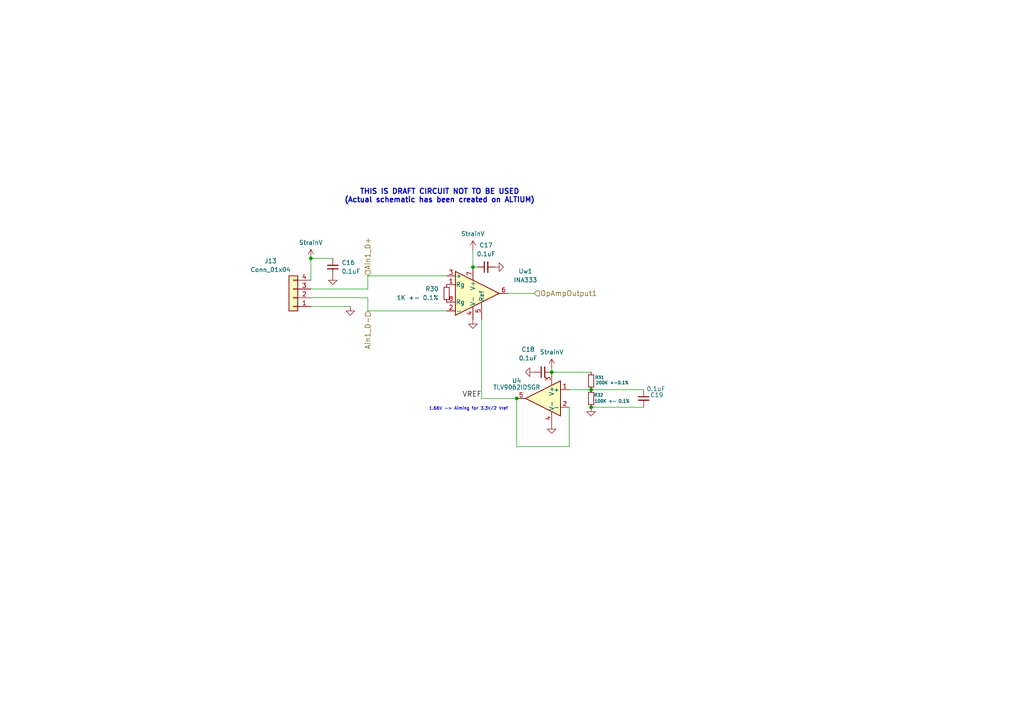
<source format=kicad_sch>
(kicad_sch
	(version 20250114)
	(generator "eeschema")
	(generator_version "9.0")
	(uuid "3618ac50-3dd9-4787-8423-f4bcf6659e95")
	(paper "A4")
	(lib_symbols
		(symbol "Connector_Generic:Conn_01x04"
			(pin_names
				(offset 1.016)
				(hide yes)
			)
			(exclude_from_sim no)
			(in_bom yes)
			(on_board yes)
			(property "Reference" "J"
				(at 0 5.08 0)
				(effects
					(font
						(size 1.27 1.27)
					)
				)
			)
			(property "Value" "Conn_01x04"
				(at 0 -7.62 0)
				(effects
					(font
						(size 1.27 1.27)
					)
				)
			)
			(property "Footprint" ""
				(at 0 0 0)
				(effects
					(font
						(size 1.27 1.27)
					)
					(hide yes)
				)
			)
			(property "Datasheet" "~"
				(at 0 0 0)
				(effects
					(font
						(size 1.27 1.27)
					)
					(hide yes)
				)
			)
			(property "Description" "Generic connector, single row, 01x04, script generated (kicad-library-utils/schlib/autogen/connector/)"
				(at 0 0 0)
				(effects
					(font
						(size 1.27 1.27)
					)
					(hide yes)
				)
			)
			(property "ki_keywords" "connector"
				(at 0 0 0)
				(effects
					(font
						(size 1.27 1.27)
					)
					(hide yes)
				)
			)
			(property "ki_fp_filters" "Connector*:*_1x??_*"
				(at 0 0 0)
				(effects
					(font
						(size 1.27 1.27)
					)
					(hide yes)
				)
			)
			(symbol "Conn_01x04_1_1"
				(rectangle
					(start -1.27 3.81)
					(end 1.27 -6.35)
					(stroke
						(width 0.254)
						(type default)
					)
					(fill
						(type background)
					)
				)
				(rectangle
					(start -1.27 2.667)
					(end 0 2.413)
					(stroke
						(width 0.1524)
						(type default)
					)
					(fill
						(type none)
					)
				)
				(rectangle
					(start -1.27 0.127)
					(end 0 -0.127)
					(stroke
						(width 0.1524)
						(type default)
					)
					(fill
						(type none)
					)
				)
				(rectangle
					(start -1.27 -2.413)
					(end 0 -2.667)
					(stroke
						(width 0.1524)
						(type default)
					)
					(fill
						(type none)
					)
				)
				(rectangle
					(start -1.27 -4.953)
					(end 0 -5.207)
					(stroke
						(width 0.1524)
						(type default)
					)
					(fill
						(type none)
					)
				)
				(pin passive line
					(at -5.08 2.54 0)
					(length 3.81)
					(name "Pin_1"
						(effects
							(font
								(size 1.27 1.27)
							)
						)
					)
					(number "1"
						(effects
							(font
								(size 1.27 1.27)
							)
						)
					)
				)
				(pin passive line
					(at -5.08 0 0)
					(length 3.81)
					(name "Pin_2"
						(effects
							(font
								(size 1.27 1.27)
							)
						)
					)
					(number "2"
						(effects
							(font
								(size 1.27 1.27)
							)
						)
					)
				)
				(pin passive line
					(at -5.08 -2.54 0)
					(length 3.81)
					(name "Pin_3"
						(effects
							(font
								(size 1.27 1.27)
							)
						)
					)
					(number "3"
						(effects
							(font
								(size 1.27 1.27)
							)
						)
					)
				)
				(pin passive line
					(at -5.08 -5.08 0)
					(length 3.81)
					(name "Pin_4"
						(effects
							(font
								(size 1.27 1.27)
							)
						)
					)
					(number "4"
						(effects
							(font
								(size 1.27 1.27)
							)
						)
					)
				)
			)
			(embedded_fonts no)
		)
		(symbol "Device:C_Small"
			(pin_numbers
				(hide yes)
			)
			(pin_names
				(offset 0.254)
				(hide yes)
			)
			(exclude_from_sim no)
			(in_bom yes)
			(on_board yes)
			(property "Reference" "C"
				(at 0.254 1.778 0)
				(effects
					(font
						(size 1.27 1.27)
					)
					(justify left)
				)
			)
			(property "Value" "C_Small"
				(at 0.254 -2.032 0)
				(effects
					(font
						(size 1.27 1.27)
					)
					(justify left)
				)
			)
			(property "Footprint" ""
				(at 0 0 0)
				(effects
					(font
						(size 1.27 1.27)
					)
					(hide yes)
				)
			)
			(property "Datasheet" "~"
				(at 0 0 0)
				(effects
					(font
						(size 1.27 1.27)
					)
					(hide yes)
				)
			)
			(property "Description" "Unpolarized capacitor, small symbol"
				(at 0 0 0)
				(effects
					(font
						(size 1.27 1.27)
					)
					(hide yes)
				)
			)
			(property "ki_keywords" "capacitor cap"
				(at 0 0 0)
				(effects
					(font
						(size 1.27 1.27)
					)
					(hide yes)
				)
			)
			(property "ki_fp_filters" "C_*"
				(at 0 0 0)
				(effects
					(font
						(size 1.27 1.27)
					)
					(hide yes)
				)
			)
			(symbol "C_Small_0_1"
				(polyline
					(pts
						(xy -1.524 0.508) (xy 1.524 0.508)
					)
					(stroke
						(width 0.3048)
						(type default)
					)
					(fill
						(type none)
					)
				)
				(polyline
					(pts
						(xy -1.524 -0.508) (xy 1.524 -0.508)
					)
					(stroke
						(width 0.3302)
						(type default)
					)
					(fill
						(type none)
					)
				)
			)
			(symbol "C_Small_1_1"
				(pin passive line
					(at 0 2.54 270)
					(length 2.032)
					(name "~"
						(effects
							(font
								(size 1.27 1.27)
							)
						)
					)
					(number "1"
						(effects
							(font
								(size 1.27 1.27)
							)
						)
					)
				)
				(pin passive line
					(at 0 -2.54 90)
					(length 2.032)
					(name "~"
						(effects
							(font
								(size 1.27 1.27)
							)
						)
					)
					(number "2"
						(effects
							(font
								(size 1.27 1.27)
							)
						)
					)
				)
			)
			(embedded_fonts no)
		)
		(symbol "Device:R_Small"
			(pin_numbers
				(hide yes)
			)
			(pin_names
				(offset 0.254)
				(hide yes)
			)
			(exclude_from_sim no)
			(in_bom yes)
			(on_board yes)
			(property "Reference" "R"
				(at 0.762 0.508 0)
				(effects
					(font
						(size 1.27 1.27)
					)
					(justify left)
				)
			)
			(property "Value" "R_Small"
				(at 0.762 -1.016 0)
				(effects
					(font
						(size 1.27 1.27)
					)
					(justify left)
				)
			)
			(property "Footprint" ""
				(at 0 0 0)
				(effects
					(font
						(size 1.27 1.27)
					)
					(hide yes)
				)
			)
			(property "Datasheet" "~"
				(at 0 0 0)
				(effects
					(font
						(size 1.27 1.27)
					)
					(hide yes)
				)
			)
			(property "Description" "Resistor, small symbol"
				(at 0 0 0)
				(effects
					(font
						(size 1.27 1.27)
					)
					(hide yes)
				)
			)
			(property "ki_keywords" "R resistor"
				(at 0 0 0)
				(effects
					(font
						(size 1.27 1.27)
					)
					(hide yes)
				)
			)
			(property "ki_fp_filters" "R_*"
				(at 0 0 0)
				(effects
					(font
						(size 1.27 1.27)
					)
					(hide yes)
				)
			)
			(symbol "R_Small_0_1"
				(rectangle
					(start -0.762 1.778)
					(end 0.762 -1.778)
					(stroke
						(width 0.2032)
						(type default)
					)
					(fill
						(type none)
					)
				)
			)
			(symbol "R_Small_1_1"
				(pin passive line
					(at 0 2.54 270)
					(length 0.762)
					(name "~"
						(effects
							(font
								(size 1.27 1.27)
							)
						)
					)
					(number "1"
						(effects
							(font
								(size 1.27 1.27)
							)
						)
					)
				)
				(pin passive line
					(at 0 -2.54 90)
					(length 0.762)
					(name "~"
						(effects
							(font
								(size 1.27 1.27)
							)
						)
					)
					(number "2"
						(effects
							(font
								(size 1.27 1.27)
							)
						)
					)
				)
			)
			(embedded_fonts no)
		)
		(symbol "INA317:INA333xxDGK"
			(pin_names
				(offset 0.127)
			)
			(exclude_from_sim no)
			(in_bom yes)
			(on_board yes)
			(property "Reference" "U"
				(at 3.81 3.175 0)
				(effects
					(font
						(size 1.27 1.27)
					)
					(justify left)
				)
			)
			(property "Value" "INA317xxDGK"
				(at 3.81 -3.175 0)
				(effects
					(font
						(size 1.27 1.27)
					)
					(justify left)
				)
			)
			(property "Footprint" "Package_SO:VSSOP-8_3x3mm_P0.65mm"
				(at 0 -7.62 0)
				(effects
					(font
						(size 1.27 1.27)
					)
					(hide yes)
				)
			)
			(property "Datasheet" "https://www.ti.com/lit/ds/symlink/ina333.pdf"
				(at 2.54 0 0)
				(effects
					(font
						(size 1.27 1.27)
					)
					(hide yes)
				)
			)
			(property "Description" "Zero Drift, Micropower Instrumentation Amplifier G = 1 + 100kOhm/Rg, VSSOP-8"
				(at 0 0 0)
				(effects
					(font
						(size 1.27 1.27)
					)
					(hide yes)
				)
			)
			(property "ki_keywords" "instrumentation opamp amplifier"
				(at 0 0 0)
				(effects
					(font
						(size 1.27 1.27)
					)
					(hide yes)
				)
			)
			(property "ki_fp_filters" "VSSOP*3x3mm*P0.65mm*"
				(at 0 0 0)
				(effects
					(font
						(size 1.27 1.27)
					)
					(hide yes)
				)
			)
			(symbol "INA333xxDGK_0_1"
				(polyline
					(pts
						(xy 7.62 0) (xy -5.08 6.35) (xy -5.08 -6.35) (xy 7.62 0)
					)
					(stroke
						(width 0.254)
						(type default)
					)
					(fill
						(type background)
					)
				)
			)
			(symbol "INA333xxDGK_1_1"
				(pin input line
					(at -7.62 5.08 0)
					(length 2.54)
					(name "+"
						(effects
							(font
								(size 1.27 1.27)
							)
						)
					)
					(number "3"
						(effects
							(font
								(size 1.27 1.27)
							)
						)
					)
				)
				(pin passive line
					(at -7.62 2.54 0)
					(length 2.54)
					(name "Rg"
						(effects
							(font
								(size 1.27 1.27)
							)
						)
					)
					(number "1"
						(effects
							(font
								(size 1.27 1.27)
							)
						)
					)
				)
				(pin passive line
					(at -7.62 -2.54 0)
					(length 2.54)
					(name "Rg"
						(effects
							(font
								(size 1.27 1.27)
							)
						)
					)
					(number "8"
						(effects
							(font
								(size 1.27 1.27)
							)
						)
					)
				)
				(pin input line
					(at -7.62 -5.08 0)
					(length 2.54)
					(name "-"
						(effects
							(font
								(size 1.27 1.27)
							)
						)
					)
					(number "2"
						(effects
							(font
								(size 1.27 1.27)
							)
						)
					)
				)
				(pin power_in line
					(at 0 7.62 270)
					(length 3.81)
					(name "V+"
						(effects
							(font
								(size 1.27 1.27)
							)
						)
					)
					(number "7"
						(effects
							(font
								(size 1.27 1.27)
							)
						)
					)
				)
				(pin power_in line
					(at 0 -7.62 90)
					(length 3.81)
					(name "V-"
						(effects
							(font
								(size 1.27 1.27)
							)
						)
					)
					(number "4"
						(effects
							(font
								(size 1.27 1.27)
							)
						)
					)
				)
				(pin input line
					(at 2.54 -7.62 90)
					(length 5.08)
					(name "Ref"
						(effects
							(font
								(size 1.27 1.27)
							)
						)
					)
					(number "5"
						(effects
							(font
								(size 1.27 1.27)
							)
						)
					)
				)
				(pin output line
					(at 10.16 0 180)
					(length 2.54)
					(name "~"
						(effects
							(font
								(size 1.27 1.27)
							)
						)
					)
					(number "6"
						(effects
							(font
								(size 1.27 1.27)
							)
						)
					)
				)
			)
			(embedded_fonts no)
		)
		(symbol "Simulation_SPICE:OPAMP"
			(pin_names
				(offset 0.254)
			)
			(exclude_from_sim no)
			(in_bom yes)
			(on_board yes)
			(property "Reference" "U"
				(at 3.81 3.175 0)
				(effects
					(font
						(size 1.27 1.27)
					)
					(justify left)
				)
			)
			(property "Value" "${SIM.PARAMS}"
				(at 3.81 -3.175 0)
				(effects
					(font
						(size 1.27 1.27)
					)
					(justify left)
				)
			)
			(property "Footprint" ""
				(at 0 0 0)
				(effects
					(font
						(size 1.27 1.27)
					)
					(hide yes)
				)
			)
			(property "Datasheet" "https://ngspice.sourceforge.io/docs/ngspice-html-manual/manual.xhtml#sec__SUBCKT_Subcircuits"
				(at 0 0 0)
				(effects
					(font
						(size 1.27 1.27)
					)
					(hide yes)
				)
			)
			(property "Description" "Operational amplifier, single"
				(at 0 0 0)
				(effects
					(font
						(size 1.27 1.27)
					)
					(hide yes)
				)
			)
			(property "Sim.Pins" "1=in+ 2=in- 3=vcc 4=vee 5=out"
				(at 0 0 0)
				(effects
					(font
						(size 1.27 1.27)
					)
					(hide yes)
				)
			)
			(property "Sim.Device" "SUBCKT"
				(at 0 0 0)
				(effects
					(font
						(size 1.27 1.27)
					)
					(justify left)
					(hide yes)
				)
			)
			(property "Sim.Library" "${KICAD8_SYMBOL_DIR}/Simulation_SPICE.sp"
				(at 0 0 0)
				(effects
					(font
						(size 1.27 1.27)
					)
					(hide yes)
				)
			)
			(property "Sim.Name" "kicad_builtin_opamp"
				(at 0 0 0)
				(effects
					(font
						(size 1.27 1.27)
					)
					(hide yes)
				)
			)
			(property "ki_keywords" "simulation"
				(at 0 0 0)
				(effects
					(font
						(size 1.27 1.27)
					)
					(hide yes)
				)
			)
			(symbol "OPAMP_0_1"
				(polyline
					(pts
						(xy 5.08 0) (xy -5.08 5.08) (xy -5.08 -5.08) (xy 5.08 0)
					)
					(stroke
						(width 0.254)
						(type default)
					)
					(fill
						(type background)
					)
				)
			)
			(symbol "OPAMP_1_1"
				(pin input line
					(at -7.62 2.54 0)
					(length 2.54)
					(name "+"
						(effects
							(font
								(size 1.27 1.27)
							)
						)
					)
					(number "1"
						(effects
							(font
								(size 1.27 1.27)
							)
						)
					)
				)
				(pin input line
					(at -7.62 -2.54 0)
					(length 2.54)
					(name "-"
						(effects
							(font
								(size 1.27 1.27)
							)
						)
					)
					(number "2"
						(effects
							(font
								(size 1.27 1.27)
							)
						)
					)
				)
				(pin power_in line
					(at -2.54 7.62 270)
					(length 3.81)
					(name "V+"
						(effects
							(font
								(size 1.27 1.27)
							)
						)
					)
					(number "3"
						(effects
							(font
								(size 1.27 1.27)
							)
						)
					)
				)
				(pin power_in line
					(at -2.54 -7.62 90)
					(length 3.81)
					(name "V-"
						(effects
							(font
								(size 1.27 1.27)
							)
						)
					)
					(number "4"
						(effects
							(font
								(size 1.27 1.27)
							)
						)
					)
				)
				(pin output line
					(at 7.62 0 180)
					(length 2.54)
					(name "~"
						(effects
							(font
								(size 1.27 1.27)
							)
						)
					)
					(number "5"
						(effects
							(font
								(size 1.27 1.27)
							)
						)
					)
				)
			)
			(embedded_fonts no)
		)
		(symbol "power:+12L"
			(power)
			(pin_numbers
				(hide yes)
			)
			(pin_names
				(offset 0)
				(hide yes)
			)
			(exclude_from_sim no)
			(in_bom yes)
			(on_board yes)
			(property "Reference" "#PWR02"
				(at 0 -3.81 0)
				(effects
					(font
						(size 1.27 1.27)
					)
					(hide yes)
				)
			)
			(property "Value" "StrainV"
				(at 0 5.08 0)
				(effects
					(font
						(size 1.27 1.27)
					)
				)
			)
			(property "Footprint" ""
				(at 0 0 0)
				(effects
					(font
						(size 1.27 1.27)
					)
					(hide yes)
				)
			)
			(property "Datasheet" ""
				(at 0 0 0)
				(effects
					(font
						(size 1.27 1.27)
					)
					(hide yes)
				)
			)
			(property "Description" "Power symbol creates a global label with name \"+12L\""
				(at 0 0 0)
				(effects
					(font
						(size 1.27 1.27)
					)
					(hide yes)
				)
			)
			(property "ki_keywords" "global power"
				(at 0 0 0)
				(effects
					(font
						(size 1.27 1.27)
					)
					(hide yes)
				)
			)
			(symbol "+12L_0_1"
				(polyline
					(pts
						(xy -0.762 1.27) (xy 0 2.54)
					)
					(stroke
						(width 0)
						(type default)
					)
					(fill
						(type none)
					)
				)
				(polyline
					(pts
						(xy 0 2.54) (xy 0.762 1.27)
					)
					(stroke
						(width 0)
						(type default)
					)
					(fill
						(type none)
					)
				)
				(polyline
					(pts
						(xy 0 0) (xy 0 2.54)
					)
					(stroke
						(width 0)
						(type default)
					)
					(fill
						(type none)
					)
				)
			)
			(symbol "+12L_1_1"
				(pin power_out line
					(at 0 0 90)
					(length 0)
					(name "~"
						(effects
							(font
								(size 1.27 1.27)
							)
						)
					)
					(number "1"
						(effects
							(font
								(size 1.27 1.27)
							)
						)
					)
				)
			)
			(embedded_fonts no)
		)
		(symbol "power:GND"
			(power)
			(pin_numbers
				(hide yes)
			)
			(pin_names
				(offset 0)
				(hide yes)
			)
			(exclude_from_sim no)
			(in_bom yes)
			(on_board yes)
			(property "Reference" "#PWR"
				(at 0 -6.35 0)
				(effects
					(font
						(size 1.27 1.27)
					)
					(hide yes)
				)
			)
			(property "Value" "GND"
				(at 0 -3.81 0)
				(effects
					(font
						(size 1.27 1.27)
					)
				)
			)
			(property "Footprint" ""
				(at 0 0 0)
				(effects
					(font
						(size 1.27 1.27)
					)
					(hide yes)
				)
			)
			(property "Datasheet" ""
				(at 0 0 0)
				(effects
					(font
						(size 1.27 1.27)
					)
					(hide yes)
				)
			)
			(property "Description" "Power symbol creates a global label with name \"GND\" , ground"
				(at 0 0 0)
				(effects
					(font
						(size 1.27 1.27)
					)
					(hide yes)
				)
			)
			(property "ki_keywords" "global power"
				(at 0 0 0)
				(effects
					(font
						(size 1.27 1.27)
					)
					(hide yes)
				)
			)
			(symbol "GND_0_1"
				(polyline
					(pts
						(xy 0 0) (xy 0 -1.27) (xy 1.27 -1.27) (xy 0 -2.54) (xy -1.27 -1.27) (xy 0 -1.27)
					)
					(stroke
						(width 0)
						(type default)
					)
					(fill
						(type none)
					)
				)
			)
			(symbol "GND_1_1"
				(pin power_in line
					(at 0 0 270)
					(length 0)
					(name "~"
						(effects
							(font
								(size 1.27 1.27)
							)
						)
					)
					(number "1"
						(effects
							(font
								(size 1.27 1.27)
							)
						)
					)
				)
			)
			(embedded_fonts no)
		)
	)
	(text "THIS IS DRAFT CIRCUIT NOT TO BE USED\n(Actual schematic has been created on ALTIUM)"
		(exclude_from_sim no)
		(at 127.508 56.896 0)
		(effects
			(font
				(size 1.4986 1.4986)
				(thickness 0.2997)
				(bold yes)
			)
		)
		(uuid "15311a66-f708-4799-b8cd-d4db70314280")
	)
	(text "1.66V -> Aiming for 3.3V/2 Vref"
		(exclude_from_sim no)
		(at 135.89 118.618 0)
		(effects
			(font
				(size 0.889 0.889)
			)
		)
		(uuid "407aa818-214a-48d3-8283-2d1cedcd400a")
	)
	(junction
		(at 90.17 74.93)
		(diameter 0)
		(color 0 0 0 0)
		(uuid "1ace4b0b-7bf3-4004-bf94-7b3898bb303b")
	)
	(junction
		(at 137.16 77.47)
		(diameter 0)
		(color 0 0 0 0)
		(uuid "47da122b-1151-4c0b-8fed-bd2b576ba7cd")
	)
	(junction
		(at 160.02 107.95)
		(diameter 0)
		(color 0 0 0 0)
		(uuid "8fcddc80-cda8-47eb-bdad-726542fa8db0")
	)
	(junction
		(at 171.45 113.03)
		(diameter 0)
		(color 0 0 0 0)
		(uuid "b00d5a03-7d06-49eb-8d52-d60617d7f00a")
	)
	(junction
		(at 171.45 118.11)
		(diameter 0)
		(color 0 0 0 0)
		(uuid "b8d95db4-0f69-473c-a210-3b1291965795")
	)
	(junction
		(at 149.86 115.57)
		(diameter 0)
		(color 0 0 0 0)
		(uuid "bffdc2a0-804c-4ddd-a584-6e06e0907237")
	)
	(wire
		(pts
			(xy 106.68 80.01) (xy 106.68 83.82)
		)
		(stroke
			(width 0)
			(type default)
		)
		(uuid "097dcfbb-29a9-4c62-b898-2d02cddd0676")
	)
	(wire
		(pts
			(xy 147.32 85.09) (xy 154.94 85.09)
		)
		(stroke
			(width 0)
			(type default)
		)
		(uuid "35d3df87-e1f7-4f27-a1d7-bb050e69bbc0")
	)
	(wire
		(pts
			(xy 171.45 113.03) (xy 186.69 113.03)
		)
		(stroke
			(width 0)
			(type default)
		)
		(uuid "406396d3-f273-4ccb-9184-cef7c9243ad6")
	)
	(wire
		(pts
			(xy 165.1 129.54) (xy 149.86 129.54)
		)
		(stroke
			(width 0)
			(type default)
		)
		(uuid "41c21eab-b475-4841-9898-9b7f9fffc25d")
	)
	(wire
		(pts
			(xy 149.86 129.54) (xy 149.86 115.57)
		)
		(stroke
			(width 0)
			(type default)
		)
		(uuid "6b97430a-682d-4657-aa43-653a3248094c")
	)
	(wire
		(pts
			(xy 137.16 72.39) (xy 137.16 77.47)
		)
		(stroke
			(width 0)
			(type default)
		)
		(uuid "7b87adfe-c7ae-4eff-b5bb-c5744ae819ab")
	)
	(wire
		(pts
			(xy 106.68 86.36) (xy 106.68 90.17)
		)
		(stroke
			(width 0)
			(type default)
		)
		(uuid "8a2ce645-cca6-40e9-b182-de5069cf99c6")
	)
	(wire
		(pts
			(xy 160.02 106.68) (xy 160.02 107.95)
		)
		(stroke
			(width 0)
			(type default)
		)
		(uuid "8b47c3d1-1dfe-4b9a-abf1-708b338d0ce9")
	)
	(wire
		(pts
			(xy 165.1 118.11) (xy 165.1 129.54)
		)
		(stroke
			(width 0)
			(type default)
		)
		(uuid "8ba47576-b11a-455f-b102-db5ebd707ca8")
	)
	(wire
		(pts
			(xy 139.7 92.71) (xy 139.7 115.57)
		)
		(stroke
			(width 0)
			(type default)
		)
		(uuid "8f6a5b89-63c9-44c3-addb-f83ccf1e5cbd")
	)
	(wire
		(pts
			(xy 186.69 118.11) (xy 171.45 118.11)
		)
		(stroke
			(width 0)
			(type default)
		)
		(uuid "ab02398d-8bd4-4f82-9856-fa183384c659")
	)
	(wire
		(pts
			(xy 90.17 81.28) (xy 90.17 74.93)
		)
		(stroke
			(width 0)
			(type default)
		)
		(uuid "b54b6f44-aeb2-4be1-a21f-06751461bee0")
	)
	(wire
		(pts
			(xy 106.68 90.17) (xy 129.54 90.17)
		)
		(stroke
			(width 0)
			(type default)
		)
		(uuid "d47ba471-2028-42cc-bede-e73a94011314")
	)
	(wire
		(pts
			(xy 90.17 74.93) (xy 96.52 74.93)
		)
		(stroke
			(width 0)
			(type default)
		)
		(uuid "d5f21949-f44a-45e6-aae6-df77a9ee5a1b")
	)
	(wire
		(pts
			(xy 171.45 107.95) (xy 160.02 107.95)
		)
		(stroke
			(width 0)
			(type default)
		)
		(uuid "d7690009-19ac-4d4a-8d3f-a7b28ccddc52")
	)
	(wire
		(pts
			(xy 106.68 80.01) (xy 129.54 80.01)
		)
		(stroke
			(width 0)
			(type default)
		)
		(uuid "db9fd987-a5ef-4fc9-a049-c5cc57a92b5e")
	)
	(wire
		(pts
			(xy 138.43 77.47) (xy 137.16 77.47)
		)
		(stroke
			(width 0)
			(type default)
		)
		(uuid "dc300e99-606f-4379-869e-b7e62cc58b0d")
	)
	(wire
		(pts
			(xy 90.17 86.36) (xy 106.68 86.36)
		)
		(stroke
			(width 0)
			(type default)
		)
		(uuid "dd04aaa8-2af6-4223-8726-9fe478cf2679")
	)
	(wire
		(pts
			(xy 139.7 115.57) (xy 149.86 115.57)
		)
		(stroke
			(width 0)
			(type default)
		)
		(uuid "e7c9835e-4648-4633-8a94-da24a31f58c7")
	)
	(wire
		(pts
			(xy 106.68 83.82) (xy 90.17 83.82)
		)
		(stroke
			(width 0)
			(type default)
		)
		(uuid "ea43509e-266a-479c-8fb2-09ea415cb4ca")
	)
	(wire
		(pts
			(xy 171.45 113.03) (xy 165.1 113.03)
		)
		(stroke
			(width 0)
			(type default)
		)
		(uuid "f2955fe7-e4ac-4da3-a947-24d066bcb079")
	)
	(wire
		(pts
			(xy 90.17 88.9) (xy 101.6 88.9)
		)
		(stroke
			(width 0)
			(type default)
		)
		(uuid "f54282f4-56c2-440a-aa49-86d927fabe70")
	)
	(label "VREF"
		(at 139.7 115.57 180)
		(effects
			(font
				(size 1.4986 1.4986)
			)
			(justify right bottom)
		)
		(uuid "70df8545-16ed-46c0-88de-4c3ff44bb04b")
	)
	(hierarchical_label "Ain1_D-"
		(shape input)
		(at 106.68 90.17 270)
		(effects
			(font
				(size 1.4986 1.4986)
			)
			(justify right)
		)
		(uuid "74b8ec38-5ccd-46ba-8993-2b165968668c")
	)
	(hierarchical_label "Ain1_D+"
		(shape input)
		(at 106.68 80.01 90)
		(effects
			(font
				(size 1.4986 1.4986)
			)
			(justify left)
		)
		(uuid "946c7d99-8dab-4edf-bd79-548c7de6c7d2")
	)
	(hierarchical_label "OpAmpOutput1"
		(shape input)
		(at 154.94 85.09 0)
		(effects
			(font
				(size 1.4986 1.4986)
			)
			(justify left)
		)
		(uuid "bdea7114-4e1c-40a3-aaf9-c19df49761d5")
	)
	(symbol
		(lib_id "power:+12L")
		(at 137.16 72.39 0)
		(unit 1)
		(exclude_from_sim no)
		(in_bom no)
		(on_board no)
		(dnp no)
		(uuid "025b37f0-cb89-4cb7-a003-3e12476cb392")
		(property "Reference" "#PWR062"
			(at 137.16 76.2 0)
			(effects
				(font
					(size 1.27 1.27)
				)
				(hide yes)
			)
		)
		(property "Value" "StrainV"
			(at 137.16 67.818 0)
			(effects
				(font
					(size 1.27 1.27)
				)
			)
		)
		(property "Footprint" ""
			(at 137.16 72.39 0)
			(effects
				(font
					(size 1.27 1.27)
				)
				(hide yes)
			)
		)
		(property "Datasheet" ""
			(at 137.16 72.39 0)
			(effects
				(font
					(size 1.27 1.27)
				)
				(hide yes)
			)
		)
		(property "Description" "Power symbol creates a global label with name \"+12L\""
			(at 137.16 72.39 0)
			(effects
				(font
					(size 1.27 1.27)
				)
				(hide yes)
			)
		)
		(pin "1"
			(uuid "e64c31a7-c977-4df7-98a8-7f64f2422f67")
		)
		(instances
			(project "Revision01"
				(path "/955cc99e-a129-42cf-abc7-aa99813fdb5f/00000000-0000-0000-0000-00005eb1de63/14eb51a3-67a8-4f4f-b7c1-d030be0d073f"
					(reference "#PWR062")
					(unit 1)
				)
			)
		)
	)
	(symbol
		(lib_id "Connector_Generic:Conn_01x04")
		(at 85.09 86.36 180)
		(unit 1)
		(exclude_from_sim no)
		(in_bom no)
		(on_board yes)
		(dnp no)
		(uuid "24a422cf-189f-495e-b5d0-2253f4932aca")
		(property "Reference" "J13"
			(at 78.486 75.692 0)
			(effects
				(font
					(size 1.27 1.27)
				)
			)
		)
		(property "Value" "Conn_01x04"
			(at 78.486 78.232 0)
			(effects
				(font
					(size 1.27 1.27)
				)
			)
		)
		(property "Footprint" ""
			(at 85.09 86.36 0)
			(effects
				(font
					(size 1.27 1.27)
				)
				(hide yes)
			)
		)
		(property "Datasheet" "~"
			(at 85.09 86.36 0)
			(effects
				(font
					(size 1.27 1.27)
				)
				(hide yes)
			)
		)
		(property "Description" "Generic connector, single row, 01x04, script generated (kicad-library-utils/schlib/autogen/connector/)"
			(at 85.09 86.36 0)
			(effects
				(font
					(size 1.27 1.27)
				)
				(hide yes)
			)
		)
		(property "Sim.Type" ""
			(at 85.09 86.36 0)
			(effects
				(font
					(size 1.27 1.27)
				)
				(hide yes)
			)
		)
		(pin "1"
			(uuid "b9c8f55f-374b-4c2d-b4dc-9e98c05acab2")
		)
		(pin "4"
			(uuid "b1bc7a9f-5be8-4742-9a57-c032059c8d59")
		)
		(pin "2"
			(uuid "bbd35d03-bb9c-4a10-8927-7d015b67f707")
		)
		(pin "3"
			(uuid "6cadc54f-b33d-4da3-b5c8-920e39805396")
		)
		(instances
			(project ""
				(path "/955cc99e-a129-42cf-abc7-aa99813fdb5f/00000000-0000-0000-0000-00005eb1de63/14eb51a3-67a8-4f4f-b7c1-d030be0d073f"
					(reference "J13")
					(unit 1)
				)
			)
		)
	)
	(symbol
		(lib_id "Device:C_Small")
		(at 96.52 77.47 180)
		(unit 1)
		(exclude_from_sim no)
		(in_bom no)
		(on_board no)
		(dnp no)
		(fields_autoplaced yes)
		(uuid "353629ce-b0f6-4096-9c3e-3b84fa1c3ae8")
		(property "Reference" "C16"
			(at 99.06 76.1935 0)
			(effects
				(font
					(size 1.27 1.27)
				)
				(justify right)
			)
		)
		(property "Value" "0.1uF"
			(at 99.06 78.7335 0)
			(effects
				(font
					(size 1.27 1.27)
				)
				(justify right)
			)
		)
		(property "Footprint" "Capacitor_SMD:C_0805_2012Metric_Pad1.18x1.45mm_HandSolder"
			(at 96.52 77.47 0)
			(effects
				(font
					(size 1.27 1.27)
				)
				(hide yes)
			)
		)
		(property "Datasheet" "~"
			(at 96.52 77.47 0)
			(effects
				(font
					(size 1.27 1.27)
				)
				(hide yes)
			)
		)
		(property "Description" "Unpolarized capacitor, small symbol"
			(at 96.52 77.47 0)
			(effects
				(font
					(size 1.27 1.27)
				)
				(hide yes)
			)
		)
		(property "Distributor link" "https://www.digikey.ca/en/products/detail/yageo/CC0805JRNPO9BN250/5884044"
			(at 96.52 77.47 0)
			(effects
				(font
					(size 1.27 1.27)
				)
				(hide yes)
			)
		)
		(property "Manufacturer Part Number" "CC0805JRNPO9BN250"
			(at 96.52 77.47 0)
			(effects
				(font
					(size 1.27 1.27)
				)
				(hide yes)
			)
		)
		(property "Price per unit" "0.099"
			(at 96.52 77.47 0)
			(effects
				(font
					(size 1.27 1.27)
				)
				(hide yes)
			)
		)
		(property "Manufacturer" "YAGEO"
			(at 96.52 77.47 0)
			(effects
				(font
					(size 1.27 1.27)
				)
				(hide yes)
			)
		)
		(property "Availability" ""
			(at 96.52 77.47 0)
			(effects
				(font
					(size 1.27 1.27)
				)
			)
		)
		(property "Check_prices" ""
			(at 96.52 77.47 0)
			(effects
				(font
					(size 1.27 1.27)
				)
			)
		)
		(property "Description_1" ""
			(at 96.52 77.47 0)
			(effects
				(font
					(size 1.27 1.27)
				)
			)
		)
		(property "MF" ""
			(at 96.52 77.47 0)
			(effects
				(font
					(size 1.27 1.27)
				)
			)
		)
		(property "MP" ""
			(at 96.52 77.47 0)
			(effects
				(font
					(size 1.27 1.27)
				)
			)
		)
		(property "PARTREV" ""
			(at 96.52 77.47 0)
			(effects
				(font
					(size 1.27 1.27)
				)
			)
		)
		(property "Package" ""
			(at 96.52 77.47 0)
			(effects
				(font
					(size 1.27 1.27)
				)
			)
		)
		(property "Price" ""
			(at 96.52 77.47 0)
			(effects
				(font
					(size 1.27 1.27)
				)
			)
		)
		(property "SNAPEDA_PACKAGE_ID" ""
			(at 96.52 77.47 0)
			(effects
				(font
					(size 1.27 1.27)
				)
			)
		)
		(property "STANDARD" ""
			(at 96.52 77.47 0)
			(effects
				(font
					(size 1.27 1.27)
				)
			)
		)
		(property "SnapEDA_Link" ""
			(at 96.52 77.47 0)
			(effects
				(font
					(size 1.27 1.27)
				)
			)
		)
		(property "Sim.Type" ""
			(at 96.52 77.47 0)
			(effects
				(font
					(size 1.27 1.27)
				)
				(hide yes)
			)
		)
		(pin "2"
			(uuid "86ecca53-9706-470a-a56c-5619e2afad6d")
		)
		(pin "1"
			(uuid "7d3caffa-0c88-4aa7-bd1f-e34fe97efc7f")
		)
		(instances
			(project "Revision01"
				(path "/955cc99e-a129-42cf-abc7-aa99813fdb5f/00000000-0000-0000-0000-00005eb1de63/14eb51a3-67a8-4f4f-b7c1-d030be0d073f"
					(reference "C16")
					(unit 1)
				)
			)
		)
	)
	(symbol
		(lib_id "power:+12L")
		(at 90.17 74.93 0)
		(unit 1)
		(exclude_from_sim no)
		(in_bom no)
		(on_board no)
		(dnp no)
		(uuid "54996df3-2840-406c-af1b-3956c73aacf9")
		(property "Reference" "#PWR059"
			(at 90.17 78.74 0)
			(effects
				(font
					(size 1.27 1.27)
				)
				(hide yes)
			)
		)
		(property "Value" "StrainV"
			(at 90.17 70.358 0)
			(effects
				(font
					(size 1.27 1.27)
				)
			)
		)
		(property "Footprint" ""
			(at 90.17 74.93 0)
			(effects
				(font
					(size 1.27 1.27)
				)
				(hide yes)
			)
		)
		(property "Datasheet" ""
			(at 90.17 74.93 0)
			(effects
				(font
					(size 1.27 1.27)
				)
				(hide yes)
			)
		)
		(property "Description" "Power symbol creates a global label with name \"+12L\""
			(at 90.17 74.93 0)
			(effects
				(font
					(size 1.27 1.27)
				)
				(hide yes)
			)
		)
		(pin "1"
			(uuid "5a007a1c-6ef1-4937-a0ca-340cf1988304")
		)
		(instances
			(project "Revision01"
				(path "/955cc99e-a129-42cf-abc7-aa99813fdb5f/00000000-0000-0000-0000-00005eb1de63/14eb51a3-67a8-4f4f-b7c1-d030be0d073f"
					(reference "#PWR059")
					(unit 1)
				)
			)
		)
	)
	(symbol
		(lib_id "Device:R_Small")
		(at 171.45 115.57 0)
		(mirror y)
		(unit 1)
		(exclude_from_sim no)
		(in_bom no)
		(on_board no)
		(dnp no)
		(uuid "5d80c206-6ccc-4383-8034-d28474724e60")
		(property "Reference" "R32"
			(at 175.006 114.554 0)
			(effects
				(font
					(size 0.889 0.889)
				)
				(justify left)
			)
		)
		(property "Value" "100K +- 0.1%"
			(at 182.626 116.332 0)
			(effects
				(font
					(size 0.889 0.889)
				)
				(justify left)
			)
		)
		(property "Footprint" "Resistor_SMD:R_0603_1608Metric_Pad0.98x0.95mm_HandSolder"
			(at 171.45 115.57 0)
			(effects
				(font
					(size 1.27 1.27)
				)
				(hide yes)
			)
		)
		(property "Datasheet" "~"
			(at 171.45 115.57 0)
			(effects
				(font
					(size 1.27 1.27)
				)
				(hide yes)
			)
		)
		(property "Description" "Resistor, small symbol"
			(at 171.45 115.57 0)
			(effects
				(font
					(size 1.27 1.27)
				)
				(hide yes)
			)
		)
		(property "Distributor link" "https://www.mouser.ca/ProductDetail/Susumu/RG1608P-104-B-T5?qs=juJhw1yPxAGWJpMRs%252BTSdw%3D%3D"
			(at 171.45 115.57 0)
			(effects
				(font
					(size 1.27 1.27)
				)
				(hide yes)
			)
		)
		(property "Manufacturer Part Number" "RG1608P-104-B-T5"
			(at 171.45 115.57 0)
			(effects
				(font
					(size 1.27 1.27)
				)
				(hide yes)
			)
		)
		(property "Price per unit" "0.119"
			(at 171.45 115.57 0)
			(effects
				(font
					(size 1.27 1.27)
				)
				(hide yes)
			)
		)
		(property "Availability" ""
			(at 171.45 115.57 0)
			(effects
				(font
					(size 1.27 1.27)
				)
			)
		)
		(property "Check_prices" ""
			(at 171.45 115.57 0)
			(effects
				(font
					(size 1.27 1.27)
				)
			)
		)
		(property "Description_1" ""
			(at 171.45 115.57 0)
			(effects
				(font
					(size 1.27 1.27)
				)
			)
		)
		(property "MF" ""
			(at 171.45 115.57 0)
			(effects
				(font
					(size 1.27 1.27)
				)
			)
		)
		(property "MP" ""
			(at 171.45 115.57 0)
			(effects
				(font
					(size 1.27 1.27)
				)
			)
		)
		(property "PARTREV" ""
			(at 171.45 115.57 0)
			(effects
				(font
					(size 1.27 1.27)
				)
			)
		)
		(property "Package" ""
			(at 171.45 115.57 0)
			(effects
				(font
					(size 1.27 1.27)
				)
			)
		)
		(property "Price" ""
			(at 171.45 115.57 0)
			(effects
				(font
					(size 1.27 1.27)
				)
			)
		)
		(property "SNAPEDA_PACKAGE_ID" ""
			(at 171.45 115.57 0)
			(effects
				(font
					(size 1.27 1.27)
				)
			)
		)
		(property "STANDARD" ""
			(at 171.45 115.57 0)
			(effects
				(font
					(size 1.27 1.27)
				)
			)
		)
		(property "SnapEDA_Link" ""
			(at 171.45 115.57 0)
			(effects
				(font
					(size 1.27 1.27)
				)
			)
		)
		(property "Sim.Type" ""
			(at 171.45 115.57 0)
			(effects
				(font
					(size 1.27 1.27)
				)
				(hide yes)
			)
		)
		(pin "2"
			(uuid "8f5beac1-5574-48ed-9005-b02bda93784e")
		)
		(pin "1"
			(uuid "a6d2300b-9b54-420c-969b-fa40878961a5")
		)
		(instances
			(project "Revision01"
				(path "/955cc99e-a129-42cf-abc7-aa99813fdb5f/00000000-0000-0000-0000-00005eb1de63/14eb51a3-67a8-4f4f-b7c1-d030be0d073f"
					(reference "R32")
					(unit 1)
				)
			)
		)
	)
	(symbol
		(lib_id "power:+12L")
		(at 160.02 106.68 0)
		(mirror y)
		(unit 1)
		(exclude_from_sim no)
		(in_bom no)
		(on_board no)
		(dnp no)
		(uuid "6476de2d-2b71-4b6f-98ec-333fe3e57b18")
		(property "Reference" "#PWR066"
			(at 160.02 110.49 0)
			(effects
				(font
					(size 1.27 1.27)
				)
				(hide yes)
			)
		)
		(property "Value" "StrainV"
			(at 160.02 102.108 0)
			(effects
				(font
					(size 1.27 1.27)
				)
			)
		)
		(property "Footprint" ""
			(at 160.02 106.68 0)
			(effects
				(font
					(size 1.27 1.27)
				)
				(hide yes)
			)
		)
		(property "Datasheet" ""
			(at 160.02 106.68 0)
			(effects
				(font
					(size 1.27 1.27)
				)
				(hide yes)
			)
		)
		(property "Description" "Power symbol creates a global label with name \"+12L\""
			(at 160.02 106.68 0)
			(effects
				(font
					(size 1.27 1.27)
				)
				(hide yes)
			)
		)
		(pin "1"
			(uuid "e478537c-6fdd-4993-913b-f094c13dc55b")
		)
		(instances
			(project "Revision01"
				(path "/955cc99e-a129-42cf-abc7-aa99813fdb5f/00000000-0000-0000-0000-00005eb1de63/14eb51a3-67a8-4f4f-b7c1-d030be0d073f"
					(reference "#PWR066")
					(unit 1)
				)
			)
		)
	)
	(symbol
		(lib_id "Device:C_Small")
		(at 186.69 115.57 0)
		(unit 1)
		(exclude_from_sim no)
		(in_bom no)
		(on_board no)
		(dnp no)
		(uuid "6969c0b8-0fcf-4241-83b4-a6f870657469")
		(property "Reference" "C19"
			(at 190.5 114.554 0)
			(effects
				(font
					(size 1.27 1.27)
				)
			)
		)
		(property "Value" "0.1uF"
			(at 190.246 112.776 0)
			(effects
				(font
					(size 1.27 1.27)
				)
			)
		)
		(property "Footprint" "Capacitor_SMD:C_0805_2012Metric_Pad1.18x1.45mm_HandSolder"
			(at 186.69 115.57 0)
			(effects
				(font
					(size 1.27 1.27)
				)
				(hide yes)
			)
		)
		(property "Datasheet" "~"
			(at 186.69 115.57 0)
			(effects
				(font
					(size 1.27 1.27)
				)
				(hide yes)
			)
		)
		(property "Description" "Unpolarized capacitor, small symbol"
			(at 186.69 115.57 0)
			(effects
				(font
					(size 1.27 1.27)
				)
				(hide yes)
			)
		)
		(property "Distributor link" "https://www.digikey.ca/en/products/detail/yageo/CC0805JRNPO9BN250/5884044"
			(at 186.69 115.57 0)
			(effects
				(font
					(size 1.27 1.27)
				)
				(hide yes)
			)
		)
		(property "Manufacturer Part Number" "CC0805JRNPO9BN250"
			(at 186.69 115.57 0)
			(effects
				(font
					(size 1.27 1.27)
				)
				(hide yes)
			)
		)
		(property "Price per unit" "0.099"
			(at 186.69 115.57 0)
			(effects
				(font
					(size 1.27 1.27)
				)
				(hide yes)
			)
		)
		(property "Manufacturer" "YAGEO"
			(at 186.69 115.57 0)
			(effects
				(font
					(size 1.27 1.27)
				)
				(hide yes)
			)
		)
		(property "Availability" ""
			(at 186.69 115.57 0)
			(effects
				(font
					(size 1.27 1.27)
				)
			)
		)
		(property "Check_prices" ""
			(at 186.69 115.57 0)
			(effects
				(font
					(size 1.27 1.27)
				)
			)
		)
		(property "Description_1" ""
			(at 186.69 115.57 0)
			(effects
				(font
					(size 1.27 1.27)
				)
			)
		)
		(property "MF" ""
			(at 186.69 115.57 0)
			(effects
				(font
					(size 1.27 1.27)
				)
			)
		)
		(property "MP" ""
			(at 186.69 115.57 0)
			(effects
				(font
					(size 1.27 1.27)
				)
			)
		)
		(property "PARTREV" ""
			(at 186.69 115.57 0)
			(effects
				(font
					(size 1.27 1.27)
				)
			)
		)
		(property "Package" ""
			(at 186.69 115.57 0)
			(effects
				(font
					(size 1.27 1.27)
				)
			)
		)
		(property "Price" ""
			(at 186.69 115.57 0)
			(effects
				(font
					(size 1.27 1.27)
				)
			)
		)
		(property "SNAPEDA_PACKAGE_ID" ""
			(at 186.69 115.57 0)
			(effects
				(font
					(size 1.27 1.27)
				)
			)
		)
		(property "STANDARD" ""
			(at 186.69 115.57 0)
			(effects
				(font
					(size 1.27 1.27)
				)
			)
		)
		(property "SnapEDA_Link" ""
			(at 186.69 115.57 0)
			(effects
				(font
					(size 1.27 1.27)
				)
			)
		)
		(property "Sim.Type" ""
			(at 186.69 115.57 0)
			(effects
				(font
					(size 1.27 1.27)
				)
				(hide yes)
			)
		)
		(pin "2"
			(uuid "1065d144-7800-46f4-a86f-553b6a9782a1")
		)
		(pin "1"
			(uuid "a9acd686-4f3f-4f1c-859d-ee39b8837346")
		)
		(instances
			(project "Revision01"
				(path "/955cc99e-a129-42cf-abc7-aa99813fdb5f/00000000-0000-0000-0000-00005eb1de63/14eb51a3-67a8-4f4f-b7c1-d030be0d073f"
					(reference "C19")
					(unit 1)
				)
			)
		)
	)
	(symbol
		(lib_id "power:GND")
		(at 101.6 88.9 0)
		(unit 1)
		(exclude_from_sim no)
		(in_bom no)
		(on_board no)
		(dnp no)
		(fields_autoplaced yes)
		(uuid "74614432-20ab-45aa-8165-8b2cfe18f430")
		(property "Reference" "#PWR061"
			(at 101.6 95.25 0)
			(effects
				(font
					(size 1.27 1.27)
				)
				(hide yes)
			)
		)
		(property "Value" "GND"
			(at 101.6 93.98 0)
			(effects
				(font
					(size 1.27 1.27)
				)
				(hide yes)
			)
		)
		(property "Footprint" ""
			(at 101.6 88.9 0)
			(effects
				(font
					(size 1.27 1.27)
				)
				(hide yes)
			)
		)
		(property "Datasheet" ""
			(at 101.6 88.9 0)
			(effects
				(font
					(size 1.27 1.27)
				)
				(hide yes)
			)
		)
		(property "Description" "Power symbol creates a global label with name \"GND\" , ground"
			(at 101.6 88.9 0)
			(effects
				(font
					(size 1.27 1.27)
				)
				(hide yes)
			)
		)
		(pin "1"
			(uuid "c0e39f6b-a8cd-4539-8918-99111ae6d2e5")
		)
		(instances
			(project "Revision01"
				(path "/955cc99e-a129-42cf-abc7-aa99813fdb5f/00000000-0000-0000-0000-00005eb1de63/14eb51a3-67a8-4f4f-b7c1-d030be0d073f"
					(reference "#PWR061")
					(unit 1)
				)
			)
		)
	)
	(symbol
		(lib_id "power:GND")
		(at 137.16 92.71 0)
		(unit 1)
		(exclude_from_sim no)
		(in_bom no)
		(on_board no)
		(dnp no)
		(fields_autoplaced yes)
		(uuid "8474d94b-76ba-47b7-b456-ef48face1763")
		(property "Reference" "#PWR063"
			(at 137.16 99.06 0)
			(effects
				(font
					(size 1.27 1.27)
				)
				(hide yes)
			)
		)
		(property "Value" "GND"
			(at 137.16 97.79 0)
			(effects
				(font
					(size 1.27 1.27)
				)
				(hide yes)
			)
		)
		(property "Footprint" ""
			(at 137.16 92.71 0)
			(effects
				(font
					(size 1.27 1.27)
				)
				(hide yes)
			)
		)
		(property "Datasheet" ""
			(at 137.16 92.71 0)
			(effects
				(font
					(size 1.27 1.27)
				)
				(hide yes)
			)
		)
		(property "Description" "Power symbol creates a global label with name \"GND\" , ground"
			(at 137.16 92.71 0)
			(effects
				(font
					(size 1.27 1.27)
				)
				(hide yes)
			)
		)
		(pin "1"
			(uuid "5e0e41ba-16b4-4add-8793-7c4e6da2e71d")
		)
		(instances
			(project "Revision01"
				(path "/955cc99e-a129-42cf-abc7-aa99813fdb5f/00000000-0000-0000-0000-00005eb1de63/14eb51a3-67a8-4f4f-b7c1-d030be0d073f"
					(reference "#PWR063")
					(unit 1)
				)
			)
		)
	)
	(symbol
		(lib_id "Device:C_Small")
		(at 140.97 77.47 90)
		(unit 1)
		(exclude_from_sim no)
		(in_bom no)
		(on_board no)
		(dnp no)
		(fields_autoplaced yes)
		(uuid "8a25eda6-9ae7-4a0d-b0f9-7210124e423a")
		(property "Reference" "C17"
			(at 140.9763 71.12 90)
			(effects
				(font
					(size 1.27 1.27)
				)
			)
		)
		(property "Value" "0.1uF"
			(at 140.9763 73.66 90)
			(effects
				(font
					(size 1.27 1.27)
				)
			)
		)
		(property "Footprint" "Capacitor_SMD:C_0805_2012Metric_Pad1.18x1.45mm_HandSolder"
			(at 140.97 77.47 0)
			(effects
				(font
					(size 1.27 1.27)
				)
				(hide yes)
			)
		)
		(property "Datasheet" "~"
			(at 140.97 77.47 0)
			(effects
				(font
					(size 1.27 1.27)
				)
				(hide yes)
			)
		)
		(property "Description" "Unpolarized capacitor, small symbol"
			(at 140.97 77.47 0)
			(effects
				(font
					(size 1.27 1.27)
				)
				(hide yes)
			)
		)
		(property "Distributor link" "https://www.digikey.ca/en/products/detail/yageo/CC0805JRNPO9BN250/5884044"
			(at 140.97 77.47 0)
			(effects
				(font
					(size 1.27 1.27)
				)
				(hide yes)
			)
		)
		(property "Manufacturer Part Number" "CC0805JRNPO9BN250"
			(at 140.97 77.47 0)
			(effects
				(font
					(size 1.27 1.27)
				)
				(hide yes)
			)
		)
		(property "Price per unit" "0.099"
			(at 140.97 77.47 0)
			(effects
				(font
					(size 1.27 1.27)
				)
				(hide yes)
			)
		)
		(property "Manufacturer" "YAGEO"
			(at 140.97 77.47 0)
			(effects
				(font
					(size 1.27 1.27)
				)
				(hide yes)
			)
		)
		(property "Availability" ""
			(at 140.97 77.47 0)
			(effects
				(font
					(size 1.27 1.27)
				)
			)
		)
		(property "Check_prices" ""
			(at 140.97 77.47 0)
			(effects
				(font
					(size 1.27 1.27)
				)
			)
		)
		(property "Description_1" ""
			(at 140.97 77.47 0)
			(effects
				(font
					(size 1.27 1.27)
				)
			)
		)
		(property "MF" ""
			(at 140.97 77.47 0)
			(effects
				(font
					(size 1.27 1.27)
				)
			)
		)
		(property "MP" ""
			(at 140.97 77.47 0)
			(effects
				(font
					(size 1.27 1.27)
				)
			)
		)
		(property "PARTREV" ""
			(at 140.97 77.47 0)
			(effects
				(font
					(size 1.27 1.27)
				)
			)
		)
		(property "Package" ""
			(at 140.97 77.47 0)
			(effects
				(font
					(size 1.27 1.27)
				)
			)
		)
		(property "Price" ""
			(at 140.97 77.47 0)
			(effects
				(font
					(size 1.27 1.27)
				)
			)
		)
		(property "SNAPEDA_PACKAGE_ID" ""
			(at 140.97 77.47 0)
			(effects
				(font
					(size 1.27 1.27)
				)
			)
		)
		(property "STANDARD" ""
			(at 140.97 77.47 0)
			(effects
				(font
					(size 1.27 1.27)
				)
			)
		)
		(property "SnapEDA_Link" ""
			(at 140.97 77.47 0)
			(effects
				(font
					(size 1.27 1.27)
				)
			)
		)
		(property "Sim.Type" ""
			(at 140.97 77.47 90)
			(effects
				(font
					(size 1.27 1.27)
				)
				(hide yes)
			)
		)
		(pin "2"
			(uuid "13a5f014-86dd-4762-94a5-9e878ff72384")
		)
		(pin "1"
			(uuid "46f28ff3-4605-4bec-be35-60603fbcdf86")
		)
		(instances
			(project "Revision01"
				(path "/955cc99e-a129-42cf-abc7-aa99813fdb5f/00000000-0000-0000-0000-00005eb1de63/14eb51a3-67a8-4f4f-b7c1-d030be0d073f"
					(reference "C17")
					(unit 1)
				)
			)
		)
	)
	(symbol
		(lib_id "Device:C_Small")
		(at 157.48 107.95 90)
		(unit 1)
		(exclude_from_sim no)
		(in_bom no)
		(on_board no)
		(dnp no)
		(uuid "9079ed9e-43e5-4cdd-a2c8-bed26b3ba419")
		(property "Reference" "C18"
			(at 153.162 101.346 90)
			(effects
				(font
					(size 1.27 1.27)
				)
			)
		)
		(property "Value" "0.1uF"
			(at 153.162 103.886 90)
			(effects
				(font
					(size 1.27 1.27)
				)
			)
		)
		(property "Footprint" "Capacitor_SMD:C_0805_2012Metric_Pad1.18x1.45mm_HandSolder"
			(at 157.48 107.95 0)
			(effects
				(font
					(size 1.27 1.27)
				)
				(hide yes)
			)
		)
		(property "Datasheet" "~"
			(at 157.48 107.95 0)
			(effects
				(font
					(size 1.27 1.27)
				)
				(hide yes)
			)
		)
		(property "Description" "Unpolarized capacitor, small symbol"
			(at 157.48 107.95 0)
			(effects
				(font
					(size 1.27 1.27)
				)
				(hide yes)
			)
		)
		(property "Distributor link" "https://www.digikey.ca/en/products/detail/yageo/CC0805JRNPO9BN250/5884044"
			(at 157.48 107.95 0)
			(effects
				(font
					(size 1.27 1.27)
				)
				(hide yes)
			)
		)
		(property "Manufacturer Part Number" "CC0805JRNPO9BN250"
			(at 157.48 107.95 0)
			(effects
				(font
					(size 1.27 1.27)
				)
				(hide yes)
			)
		)
		(property "Price per unit" "0.099"
			(at 157.48 107.95 0)
			(effects
				(font
					(size 1.27 1.27)
				)
				(hide yes)
			)
		)
		(property "Manufacturer" "YAGEO"
			(at 157.48 107.95 0)
			(effects
				(font
					(size 1.27 1.27)
				)
				(hide yes)
			)
		)
		(property "Availability" ""
			(at 157.48 107.95 0)
			(effects
				(font
					(size 1.27 1.27)
				)
			)
		)
		(property "Check_prices" ""
			(at 157.48 107.95 0)
			(effects
				(font
					(size 1.27 1.27)
				)
			)
		)
		(property "Description_1" ""
			(at 157.48 107.95 0)
			(effects
				(font
					(size 1.27 1.27)
				)
			)
		)
		(property "MF" ""
			(at 157.48 107.95 0)
			(effects
				(font
					(size 1.27 1.27)
				)
			)
		)
		(property "MP" ""
			(at 157.48 107.95 0)
			(effects
				(font
					(size 1.27 1.27)
				)
			)
		)
		(property "PARTREV" ""
			(at 157.48 107.95 0)
			(effects
				(font
					(size 1.27 1.27)
				)
			)
		)
		(property "Package" ""
			(at 157.48 107.95 0)
			(effects
				(font
					(size 1.27 1.27)
				)
			)
		)
		(property "Price" ""
			(at 157.48 107.95 0)
			(effects
				(font
					(size 1.27 1.27)
				)
			)
		)
		(property "SNAPEDA_PACKAGE_ID" ""
			(at 157.48 107.95 0)
			(effects
				(font
					(size 1.27 1.27)
				)
			)
		)
		(property "STANDARD" ""
			(at 157.48 107.95 0)
			(effects
				(font
					(size 1.27 1.27)
				)
			)
		)
		(property "SnapEDA_Link" ""
			(at 157.48 107.95 0)
			(effects
				(font
					(size 1.27 1.27)
				)
			)
		)
		(property "Sim.Type" ""
			(at 157.48 107.95 90)
			(effects
				(font
					(size 1.27 1.27)
				)
				(hide yes)
			)
		)
		(pin "2"
			(uuid "e50777e6-0060-4234-a5e4-0f101a4e2fe3")
		)
		(pin "1"
			(uuid "c3932952-0379-4a16-8fe5-5f010e677c79")
		)
		(instances
			(project "Revision01"
				(path "/955cc99e-a129-42cf-abc7-aa99813fdb5f/00000000-0000-0000-0000-00005eb1de63/14eb51a3-67a8-4f4f-b7c1-d030be0d073f"
					(reference "C18")
					(unit 1)
				)
			)
		)
	)
	(symbol
		(lib_id "Device:R_Small")
		(at 129.54 85.09 0)
		(unit 1)
		(exclude_from_sim no)
		(in_bom no)
		(on_board no)
		(dnp no)
		(uuid "95d05376-5b65-4543-b533-7ec50c5bfd57")
		(property "Reference" "R30"
			(at 127.254 83.82 0)
			(effects
				(font
					(size 1.27 1.27)
				)
				(justify right)
			)
		)
		(property "Value" "1K +- 0.1%"
			(at 127.254 86.36 0)
			(effects
				(font
					(size 1.27 1.27)
				)
				(justify right)
			)
		)
		(property "Footprint" ""
			(at 129.54 85.09 0)
			(effects
				(font
					(size 1.27 1.27)
				)
				(hide yes)
			)
		)
		(property "Datasheet" "~"
			(at 129.54 85.09 0)
			(effects
				(font
					(size 1.27 1.27)
				)
				(hide yes)
			)
		)
		(property "Description" "Resistor, small symbol"
			(at 129.54 85.09 0)
			(effects
				(font
					(size 1.27 1.27)
				)
				(hide yes)
			)
		)
		(property "Distributor link" ""
			(at 129.54 85.09 0)
			(effects
				(font
					(size 1.27 1.27)
				)
				(hide yes)
			)
		)
		(property "Manufacturer" ""
			(at 129.54 85.09 0)
			(effects
				(font
					(size 1.27 1.27)
				)
				(hide yes)
			)
		)
		(property "Manufacturer Part Number" ""
			(at 129.54 85.09 0)
			(effects
				(font
					(size 1.27 1.27)
				)
				(hide yes)
			)
		)
		(property "Price per unit" ""
			(at 129.54 85.09 0)
			(effects
				(font
					(size 1.27 1.27)
				)
				(hide yes)
			)
		)
		(property "Availability" ""
			(at 129.54 85.09 0)
			(effects
				(font
					(size 1.27 1.27)
				)
			)
		)
		(property "Check_prices" ""
			(at 129.54 85.09 0)
			(effects
				(font
					(size 1.27 1.27)
				)
			)
		)
		(property "Description_1" ""
			(at 129.54 85.09 0)
			(effects
				(font
					(size 1.27 1.27)
				)
			)
		)
		(property "MF" ""
			(at 129.54 85.09 0)
			(effects
				(font
					(size 1.27 1.27)
				)
			)
		)
		(property "MP" ""
			(at 129.54 85.09 0)
			(effects
				(font
					(size 1.27 1.27)
				)
			)
		)
		(property "PARTREV" ""
			(at 129.54 85.09 0)
			(effects
				(font
					(size 1.27 1.27)
				)
			)
		)
		(property "Package" ""
			(at 129.54 85.09 0)
			(effects
				(font
					(size 1.27 1.27)
				)
			)
		)
		(property "Price" ""
			(at 129.54 85.09 0)
			(effects
				(font
					(size 1.27 1.27)
				)
			)
		)
		(property "SNAPEDA_PACKAGE_ID" ""
			(at 129.54 85.09 0)
			(effects
				(font
					(size 1.27 1.27)
				)
			)
		)
		(property "STANDARD" ""
			(at 129.54 85.09 0)
			(effects
				(font
					(size 1.27 1.27)
				)
			)
		)
		(property "SnapEDA_Link" ""
			(at 129.54 85.09 0)
			(effects
				(font
					(size 1.27 1.27)
				)
			)
		)
		(property "Sim.Type" ""
			(at 129.54 85.09 0)
			(effects
				(font
					(size 1.27 1.27)
				)
				(hide yes)
			)
		)
		(pin "2"
			(uuid "82d560c7-71e3-4673-bc50-f1fc59209151")
		)
		(pin "1"
			(uuid "d09f9aed-5d5d-4c1c-ae28-adb52d6094ec")
		)
		(instances
			(project "Revision01"
				(path "/955cc99e-a129-42cf-abc7-aa99813fdb5f/00000000-0000-0000-0000-00005eb1de63/14eb51a3-67a8-4f4f-b7c1-d030be0d073f"
					(reference "R30")
					(unit 1)
				)
			)
		)
	)
	(symbol
		(lib_id "Simulation_SPICE:OPAMP")
		(at 157.48 115.57 0)
		(mirror y)
		(unit 1)
		(exclude_from_sim no)
		(in_bom no)
		(on_board no)
		(dnp no)
		(uuid "9b9b477d-57e7-4c8c-8e13-c579b723f46d")
		(property "Reference" "U4"
			(at 149.86 110.4198 0)
			(effects
				(font
					(size 1.27 1.27)
				)
			)
		)
		(property "Value" "TLV9062IDSGR"
			(at 149.86 112.3249 0)
			(effects
				(font
					(size 1.27 1.27)
				)
			)
		)
		(property "Footprint" ""
			(at 157.48 115.57 0)
			(effects
				(font
					(size 1.27 1.27)
				)
				(hide yes)
			)
		)
		(property "Datasheet" "https://ngspice.sourceforge.io/docs/ngspice-html-manual/manual.xhtml#sec__SUBCKT_Subcircuits"
			(at 157.48 115.57 0)
			(effects
				(font
					(size 1.27 1.27)
				)
				(hide yes)
			)
		)
		(property "Description" "Operational amplifier, single"
			(at 157.48 115.57 0)
			(effects
				(font
					(size 1.27 1.27)
				)
				(hide yes)
			)
		)
		(property "Sim.Pins" "1=in+ 2=in- 3=vcc 4=vee 5=out"
			(at 157.48 115.57 0)
			(effects
				(font
					(size 1.27 1.27)
				)
				(hide yes)
			)
		)
		(property "Sim.Device" "SUBCKT"
			(at 157.48 115.57 0)
			(effects
				(font
					(size 1.27 1.27)
				)
				(justify left)
				(hide yes)
			)
		)
		(property "Sim.Library" "${KICAD8_SYMBOL_DIR}/Simulation_SPICE.sp"
			(at 157.48 115.57 0)
			(effects
				(font
					(size 1.27 1.27)
				)
				(hide yes)
			)
		)
		(property "Sim.Name" "kicad_builtin_opamp"
			(at 157.48 115.57 0)
			(effects
				(font
					(size 1.27 1.27)
				)
				(hide yes)
			)
		)
		(property "Distributor link" "https://www.mouser.ca/ProductDetail/Texas-Instruments/TLV9062IDSGR?qs=5aG0NVq1C4xlH6vCPIp7gg%3D%3D"
			(at 157.48 115.57 0)
			(effects
				(font
					(size 1.27 1.27)
				)
				(hide yes)
			)
		)
		(property "Manufacturer Part Number" "TLV9062IDSGR"
			(at 157.48 115.57 0)
			(effects
				(font
					(size 1.27 1.27)
				)
				(hide yes)
			)
		)
		(property "Price per unit" "0.915"
			(at 157.48 115.57 0)
			(effects
				(font
					(size 1.27 1.27)
				)
				(hide yes)
			)
		)
		(property "Availability" ""
			(at 157.48 115.57 0)
			(effects
				(font
					(size 1.27 1.27)
				)
			)
		)
		(property "Check_prices" ""
			(at 157.48 115.57 0)
			(effects
				(font
					(size 1.27 1.27)
				)
			)
		)
		(property "Description_1" ""
			(at 157.48 115.57 0)
			(effects
				(font
					(size 1.27 1.27)
				)
			)
		)
		(property "MF" ""
			(at 157.48 115.57 0)
			(effects
				(font
					(size 1.27 1.27)
				)
			)
		)
		(property "MP" ""
			(at 157.48 115.57 0)
			(effects
				(font
					(size 1.27 1.27)
				)
			)
		)
		(property "PARTREV" ""
			(at 157.48 115.57 0)
			(effects
				(font
					(size 1.27 1.27)
				)
			)
		)
		(property "Package" ""
			(at 157.48 115.57 0)
			(effects
				(font
					(size 1.27 1.27)
				)
			)
		)
		(property "Price" ""
			(at 157.48 115.57 0)
			(effects
				(font
					(size 1.27 1.27)
				)
			)
		)
		(property "SNAPEDA_PACKAGE_ID" ""
			(at 157.48 115.57 0)
			(effects
				(font
					(size 1.27 1.27)
				)
			)
		)
		(property "STANDARD" ""
			(at 157.48 115.57 0)
			(effects
				(font
					(size 1.27 1.27)
				)
			)
		)
		(property "SnapEDA_Link" ""
			(at 157.48 115.57 0)
			(effects
				(font
					(size 1.27 1.27)
				)
			)
		)
		(property "Sim.Type" ""
			(at 157.48 115.57 0)
			(effects
				(font
					(size 1.27 1.27)
				)
				(hide yes)
			)
		)
		(pin "5"
			(uuid "bf5e3efe-de1d-4ccb-8842-e7e315da8253")
		)
		(pin "2"
			(uuid "29a69338-0c4a-4b50-aeca-c743f425c0c9")
		)
		(pin "3"
			(uuid "3013f8db-d05c-4b10-b37b-86c429a301a3")
		)
		(pin "1"
			(uuid "7e9a5ede-3a68-4a72-a878-72e2e06e6f92")
		)
		(pin "4"
			(uuid "e8539e90-ece6-4438-bef4-45efdb4c8d49")
		)
		(instances
			(project "Revision01"
				(path "/955cc99e-a129-42cf-abc7-aa99813fdb5f/00000000-0000-0000-0000-00005eb1de63/14eb51a3-67a8-4f4f-b7c1-d030be0d073f"
					(reference "U4")
					(unit 1)
				)
			)
		)
	)
	(symbol
		(lib_id "power:GND")
		(at 160.02 123.19 0)
		(unit 1)
		(exclude_from_sim no)
		(in_bom no)
		(on_board no)
		(dnp no)
		(fields_autoplaced yes)
		(uuid "9bf66024-f831-4db3-8118-9a68ffc7ce25")
		(property "Reference" "#PWR067"
			(at 160.02 129.54 0)
			(effects
				(font
					(size 1.27 1.27)
				)
				(hide yes)
			)
		)
		(property "Value" "GND"
			(at 160.02 128.27 0)
			(effects
				(font
					(size 1.27 1.27)
				)
				(hide yes)
			)
		)
		(property "Footprint" ""
			(at 160.02 123.19 0)
			(effects
				(font
					(size 1.27 1.27)
				)
				(hide yes)
			)
		)
		(property "Datasheet" ""
			(at 160.02 123.19 0)
			(effects
				(font
					(size 1.27 1.27)
				)
				(hide yes)
			)
		)
		(property "Description" "Power symbol creates a global label with name \"GND\" , ground"
			(at 160.02 123.19 0)
			(effects
				(font
					(size 1.27 1.27)
				)
				(hide yes)
			)
		)
		(pin "1"
			(uuid "78d7785b-a730-400b-892b-818e1c433f91")
		)
		(instances
			(project "Revision01"
				(path "/955cc99e-a129-42cf-abc7-aa99813fdb5f/00000000-0000-0000-0000-00005eb1de63/14eb51a3-67a8-4f4f-b7c1-d030be0d073f"
					(reference "#PWR067")
					(unit 1)
				)
			)
		)
	)
	(symbol
		(lib_id "power:GND")
		(at 143.51 77.47 90)
		(unit 1)
		(exclude_from_sim no)
		(in_bom no)
		(on_board no)
		(dnp no)
		(fields_autoplaced yes)
		(uuid "a078de4a-0ef4-4e96-a017-c11a89784efa")
		(property "Reference" "#PWR064"
			(at 149.86 77.47 0)
			(effects
				(font
					(size 1.27 1.27)
				)
				(hide yes)
			)
		)
		(property "Value" "GND"
			(at 148.59 77.47 0)
			(effects
				(font
					(size 1.27 1.27)
				)
				(hide yes)
			)
		)
		(property "Footprint" ""
			(at 143.51 77.47 0)
			(effects
				(font
					(size 1.27 1.27)
				)
				(hide yes)
			)
		)
		(property "Datasheet" ""
			(at 143.51 77.47 0)
			(effects
				(font
					(size 1.27 1.27)
				)
				(hide yes)
			)
		)
		(property "Description" "Power symbol creates a global label with name \"GND\" , ground"
			(at 143.51 77.47 0)
			(effects
				(font
					(size 1.27 1.27)
				)
				(hide yes)
			)
		)
		(pin "1"
			(uuid "276d34a3-0e85-4eed-96ee-576de71a51f2")
		)
		(instances
			(project "Revision01"
				(path "/955cc99e-a129-42cf-abc7-aa99813fdb5f/00000000-0000-0000-0000-00005eb1de63/14eb51a3-67a8-4f4f-b7c1-d030be0d073f"
					(reference "#PWR064")
					(unit 1)
				)
			)
		)
	)
	(symbol
		(lib_id "INA317:INA333xxDGK")
		(at 137.16 85.09 0)
		(unit 1)
		(exclude_from_sim no)
		(in_bom no)
		(on_board no)
		(dnp no)
		(uuid "ba512584-1b23-4e65-9316-e020204d2c98")
		(property "Reference" "Uw1"
			(at 152.4 78.6698 0)
			(effects
				(font
					(size 1.27 1.27)
				)
			)
		)
		(property "Value" "INA333"
			(at 152.4 81.2098 0)
			(effects
				(font
					(size 1.27 1.27)
				)
			)
		)
		(property "Footprint" "Package_SO:VSSOP-8_3x3mm_P0.65mm"
			(at 137.16 92.71 0)
			(effects
				(font
					(size 1.27 1.27)
				)
				(hide yes)
			)
		)
		(property "Datasheet" "https://www.ti.com/lit/ds/symlink/ina333.pdf"
			(at 139.7 85.09 0)
			(effects
				(font
					(size 1.27 1.27)
				)
				(hide yes)
			)
		)
		(property "Description" "Zero Drift, Micropower Instrumentation Amplifier G = 1 + 100kOhm/Rg, VSSOP-8"
			(at 137.16 85.09 0)
			(effects
				(font
					(size 1.27 1.27)
				)
				(hide yes)
			)
		)
		(property "Distributor link" "https://www.digikey.ca/en/products/detail/texas-instruments/INA333QDGKRQ1/13174073?gad_source=1&gad_campaignid=17336435733&gbraid=0AAAAADrbLlhN0p2hnsJ9hHjH2pg9qXMxw&gclid=Cj0KCQjw0LDBBhCnARIsAMpYlAqsOJQ6KyYW8b6yl8JyamMs51VVRt4xO_QbWo6_jpGweK5LeE5qgFUaAhs3EALw_wcB&gclsrc=aw.ds"
			(at 137.16 85.09 0)
			(effects
				(font
					(size 1.27 1.27)
				)
				(hide yes)
			)
		)
		(property "Manufacturer Part Number" "INA333"
			(at 137.16 85.09 0)
			(effects
				(font
					(size 1.27 1.27)
				)
				(hide yes)
			)
		)
		(property "Price per unit" "5.55"
			(at 137.16 85.09 0)
			(effects
				(font
					(size 1.27 1.27)
				)
				(hide yes)
			)
		)
		(property "Manufacturer" "Texas Instruments"
			(at 137.16 85.09 0)
			(effects
				(font
					(size 1.27 1.27)
				)
				(hide yes)
			)
		)
		(property "Availability" ""
			(at 137.16 85.09 0)
			(effects
				(font
					(size 1.27 1.27)
				)
			)
		)
		(property "Check_prices" ""
			(at 137.16 85.09 0)
			(effects
				(font
					(size 1.27 1.27)
				)
			)
		)
		(property "Description_1" ""
			(at 137.16 85.09 0)
			(effects
				(font
					(size 1.27 1.27)
				)
			)
		)
		(property "MF" ""
			(at 137.16 85.09 0)
			(effects
				(font
					(size 1.27 1.27)
				)
			)
		)
		(property "MP" ""
			(at 137.16 85.09 0)
			(effects
				(font
					(size 1.27 1.27)
				)
			)
		)
		(property "PARTREV" ""
			(at 137.16 85.09 0)
			(effects
				(font
					(size 1.27 1.27)
				)
			)
		)
		(property "Package" ""
			(at 137.16 85.09 0)
			(effects
				(font
					(size 1.27 1.27)
				)
			)
		)
		(property "Price" ""
			(at 137.16 85.09 0)
			(effects
				(font
					(size 1.27 1.27)
				)
			)
		)
		(property "SNAPEDA_PACKAGE_ID" ""
			(at 137.16 85.09 0)
			(effects
				(font
					(size 1.27 1.27)
				)
			)
		)
		(property "STANDARD" ""
			(at 137.16 85.09 0)
			(effects
				(font
					(size 1.27 1.27)
				)
			)
		)
		(property "SnapEDA_Link" ""
			(at 137.16 85.09 0)
			(effects
				(font
					(size 1.27 1.27)
				)
			)
		)
		(property "Sim.Type" ""
			(at 137.16 85.09 0)
			(effects
				(font
					(size 1.27 1.27)
				)
				(hide yes)
			)
		)
		(pin "3"
			(uuid "bdc3680a-08da-4f8c-b87a-cb52e15a57a7")
		)
		(pin "1"
			(uuid "29f0b528-675c-44c9-bca4-cbe58d00ab7a")
		)
		(pin "6"
			(uuid "ac977035-c851-485c-94eb-e28ebd7a17b2")
		)
		(pin "8"
			(uuid "2b8fb989-dd3b-4a05-8fb9-e61e48898de0")
		)
		(pin "2"
			(uuid "73747061-eb1a-469f-9bd4-5a3e2974483c")
		)
		(pin "5"
			(uuid "01f6eab9-3a92-495b-abde-0534ca042c40")
		)
		(pin "4"
			(uuid "58b8750c-093c-40a1-a52f-586e83e087ac")
		)
		(pin "7"
			(uuid "77e011b9-d4a6-4ffc-b212-a44bb353a243")
		)
		(instances
			(project "Revision01"
				(path "/955cc99e-a129-42cf-abc7-aa99813fdb5f/00000000-0000-0000-0000-00005eb1de63/14eb51a3-67a8-4f4f-b7c1-d030be0d073f"
					(reference "Uw1")
					(unit 1)
				)
			)
		)
	)
	(symbol
		(lib_id "Device:R_Small")
		(at 171.45 110.49 0)
		(mirror y)
		(unit 1)
		(exclude_from_sim no)
		(in_bom no)
		(on_board no)
		(dnp no)
		(uuid "bdde3cdc-f68d-4b4a-a9ff-360de14b443d")
		(property "Reference" "R31"
			(at 175.26 109.474 0)
			(effects
				(font
					(size 0.889 0.889)
				)
				(justify left)
			)
		)
		(property "Value" "200K +-0.1%"
			(at 182.372 110.998 0)
			(effects
				(font
					(size 0.889 0.889)
				)
				(justify left)
			)
		)
		(property "Footprint" "Resistor_SMD:R_0603_1608Metric_Pad0.98x0.95mm_HandSolder"
			(at 171.45 110.49 0)
			(effects
				(font
					(size 1.27 1.27)
				)
				(hide yes)
			)
		)
		(property "Datasheet" "~"
			(at 171.45 110.49 0)
			(effects
				(font
					(size 1.27 1.27)
				)
				(hide yes)
			)
		)
		(property "Description" "Resistor, small symbol"
			(at 171.45 110.49 0)
			(effects
				(font
					(size 1.27 1.27)
				)
				(hide yes)
			)
		)
		(property "Distributor link" "https://www.mouser.ca/ProductDetail/KOA-Speer/RN73R1JTTD2003B25?qs=2WXlatMagcG5R4klbKM7fg%3D%3D"
			(at 171.45 110.49 0)
			(effects
				(font
					(size 1.27 1.27)
				)
				(hide yes)
			)
		)
		(property "Manufacturer Part Number" "RN73R1JTTD2003B25"
			(at 171.45 110.49 0)
			(effects
				(font
					(size 1.27 1.27)
				)
				(hide yes)
			)
		)
		(property "Price per unit" "0.078"
			(at 171.45 110.49 0)
			(effects
				(font
					(size 1.27 1.27)
				)
				(hide yes)
			)
		)
		(property "Availability" ""
			(at 171.45 110.49 0)
			(effects
				(font
					(size 1.27 1.27)
				)
			)
		)
		(property "Check_prices" ""
			(at 171.45 110.49 0)
			(effects
				(font
					(size 1.27 1.27)
				)
			)
		)
		(property "Description_1" ""
			(at 171.45 110.49 0)
			(effects
				(font
					(size 1.27 1.27)
				)
			)
		)
		(property "MF" ""
			(at 171.45 110.49 0)
			(effects
				(font
					(size 1.27 1.27)
				)
			)
		)
		(property "MP" ""
			(at 171.45 110.49 0)
			(effects
				(font
					(size 1.27 1.27)
				)
			)
		)
		(property "PARTREV" ""
			(at 171.45 110.49 0)
			(effects
				(font
					(size 1.27 1.27)
				)
			)
		)
		(property "Package" ""
			(at 171.45 110.49 0)
			(effects
				(font
					(size 1.27 1.27)
				)
			)
		)
		(property "Price" ""
			(at 171.45 110.49 0)
			(effects
				(font
					(size 1.27 1.27)
				)
			)
		)
		(property "SNAPEDA_PACKAGE_ID" ""
			(at 171.45 110.49 0)
			(effects
				(font
					(size 1.27 1.27)
				)
			)
		)
		(property "STANDARD" ""
			(at 171.45 110.49 0)
			(effects
				(font
					(size 1.27 1.27)
				)
			)
		)
		(property "SnapEDA_Link" ""
			(at 171.45 110.49 0)
			(effects
				(font
					(size 1.27 1.27)
				)
			)
		)
		(property "Sim.Type" ""
			(at 171.45 110.49 0)
			(effects
				(font
					(size 1.27 1.27)
				)
				(hide yes)
			)
		)
		(pin "2"
			(uuid "5fe0b1d4-f111-4668-a6fd-d99b91bcf804")
		)
		(pin "1"
			(uuid "115ada39-6d51-46c2-911e-47f15098e461")
		)
		(instances
			(project "Revision01"
				(path "/955cc99e-a129-42cf-abc7-aa99813fdb5f/00000000-0000-0000-0000-00005eb1de63/14eb51a3-67a8-4f4f-b7c1-d030be0d073f"
					(reference "R31")
					(unit 1)
				)
			)
		)
	)
	(symbol
		(lib_id "power:GND")
		(at 96.52 80.01 0)
		(unit 1)
		(exclude_from_sim no)
		(in_bom no)
		(on_board no)
		(dnp no)
		(fields_autoplaced yes)
		(uuid "bf6e9bed-e525-4ddc-9c34-0cd41717bad9")
		(property "Reference" "#PWR060"
			(at 96.52 86.36 0)
			(effects
				(font
					(size 1.27 1.27)
				)
				(hide yes)
			)
		)
		(property "Value" "GND"
			(at 96.52 85.09 0)
			(effects
				(font
					(size 1.27 1.27)
				)
				(hide yes)
			)
		)
		(property "Footprint" ""
			(at 96.52 80.01 0)
			(effects
				(font
					(size 1.27 1.27)
				)
				(hide yes)
			)
		)
		(property "Datasheet" ""
			(at 96.52 80.01 0)
			(effects
				(font
					(size 1.27 1.27)
				)
				(hide yes)
			)
		)
		(property "Description" "Power symbol creates a global label with name \"GND\" , ground"
			(at 96.52 80.01 0)
			(effects
				(font
					(size 1.27 1.27)
				)
				(hide yes)
			)
		)
		(pin "1"
			(uuid "ca29e2bc-efc2-4880-bf65-a02c5dd28413")
		)
		(instances
			(project "Revision01"
				(path "/955cc99e-a129-42cf-abc7-aa99813fdb5f/00000000-0000-0000-0000-00005eb1de63/14eb51a3-67a8-4f4f-b7c1-d030be0d073f"
					(reference "#PWR060")
					(unit 1)
				)
			)
		)
	)
	(symbol
		(lib_id "power:GND")
		(at 171.45 118.11 0)
		(mirror y)
		(unit 1)
		(exclude_from_sim no)
		(in_bom no)
		(on_board no)
		(dnp no)
		(fields_autoplaced yes)
		(uuid "f2775499-7ef3-4a28-beab-c390ce5d1e5d")
		(property "Reference" "#PWR068"
			(at 171.45 124.46 0)
			(effects
				(font
					(size 1.27 1.27)
				)
				(hide yes)
			)
		)
		(property "Value" "GND"
			(at 171.45 123.19 0)
			(effects
				(font
					(size 1.27 1.27)
				)
				(hide yes)
			)
		)
		(property "Footprint" ""
			(at 171.45 118.11 0)
			(effects
				(font
					(size 1.27 1.27)
				)
				(hide yes)
			)
		)
		(property "Datasheet" ""
			(at 171.45 118.11 0)
			(effects
				(font
					(size 1.27 1.27)
				)
				(hide yes)
			)
		)
		(property "Description" "Power symbol creates a global label with name \"GND\" , ground"
			(at 171.45 118.11 0)
			(effects
				(font
					(size 1.27 1.27)
				)
				(hide yes)
			)
		)
		(pin "1"
			(uuid "72438836-8431-49df-9e9c-8712f4187eeb")
		)
		(instances
			(project "Revision01"
				(path "/955cc99e-a129-42cf-abc7-aa99813fdb5f/00000000-0000-0000-0000-00005eb1de63/14eb51a3-67a8-4f4f-b7c1-d030be0d073f"
					(reference "#PWR068")
					(unit 1)
				)
			)
		)
	)
	(symbol
		(lib_id "power:GND")
		(at 154.94 107.95 270)
		(mirror x)
		(unit 1)
		(exclude_from_sim no)
		(in_bom no)
		(on_board no)
		(dnp no)
		(fields_autoplaced yes)
		(uuid "f2a700f7-576d-4e50-b9a1-68228e963c81")
		(property "Reference" "#PWR065"
			(at 148.59 107.95 0)
			(effects
				(font
					(size 1.27 1.27)
				)
				(hide yes)
			)
		)
		(property "Value" "GND"
			(at 149.86 107.95 0)
			(effects
				(font
					(size 1.27 1.27)
				)
				(hide yes)
			)
		)
		(property "Footprint" ""
			(at 154.94 107.95 0)
			(effects
				(font
					(size 1.27 1.27)
				)
				(hide yes)
			)
		)
		(property "Datasheet" ""
			(at 154.94 107.95 0)
			(effects
				(font
					(size 1.27 1.27)
				)
				(hide yes)
			)
		)
		(property "Description" "Power symbol creates a global label with name \"GND\" , ground"
			(at 154.94 107.95 0)
			(effects
				(font
					(size 1.27 1.27)
				)
				(hide yes)
			)
		)
		(pin "1"
			(uuid "9a18f923-d4b8-4782-8d0b-57dcc9d20ba7")
		)
		(instances
			(project "Revision01"
				(path "/955cc99e-a129-42cf-abc7-aa99813fdb5f/00000000-0000-0000-0000-00005eb1de63/14eb51a3-67a8-4f4f-b7c1-d030be0d073f"
					(reference "#PWR065")
					(unit 1)
				)
			)
		)
	)
)

</source>
